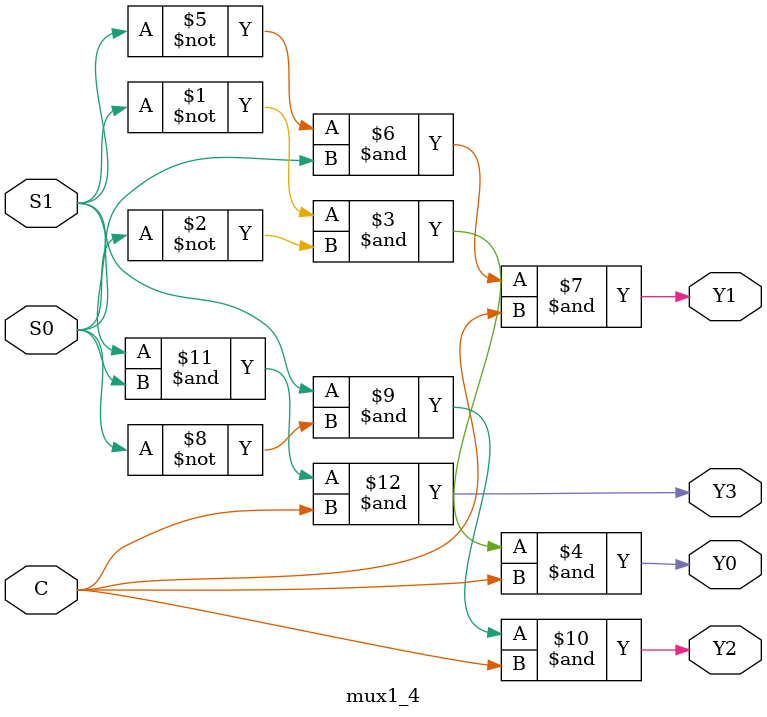
<source format=v>
`timescale 1ns / 1ps


module mux1_4(
    input S0,S1,C,
    output Y0,Y1,Y2,Y3
    );
    
    assign Y0 = ~S1&~S0&C;
    assign Y1 = ~S1&S0&C;
    assign Y2 = S1&~S0&C;
    assign Y3 = S1&S0&C;
    
endmodule

</source>
